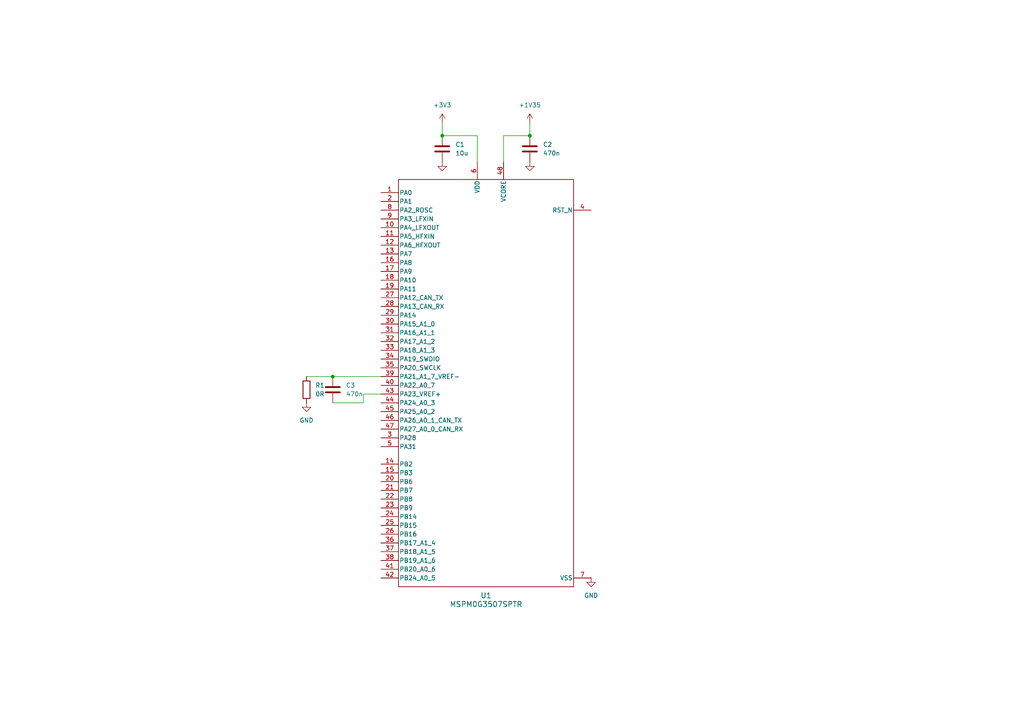
<source format=kicad_sch>
(kicad_sch (version 20250114) (generator "eeschema") (generator_version "9.0")
  (paper "A4")
  (title_block (title "MSPM0 Dev Board") (date "2025-10-28") (rev "A"))
  (lib_symbols
    (symbol "Device:C" (pin_numbers (hide yes)) (pin_names (offset 0.254))
      (property "Reference" "C" (at 0.635 2.54 0))
      (property "Value" "C" (at 0.635 -2.54 0))
      (symbol "C_0_1"
        (polyline (pts (xy -2.032 0.762) (xy 2.032 0.762)) (stroke (width 0.508)))
        (polyline (pts (xy -2.032 -0.762) (xy 2.032 -0.762)) (stroke (width 0.508)))
      )
      (symbol "C_1_1"
        (pin passive line (at 0 3.81 270) (length 2.794) (name "~") (number "1"))
        (pin passive line (at 0 -3.81 90) (length 2.794) (name "~") (number "2"))
      )
    )
    (symbol "Device:R" (pin_numbers (hide yes)) (pin_names (offset 0))
      (property "Reference" "R" (at 2.032 0 90))
      (property "Value" "R" (at 0 0 90))
      (symbol "R_0_1"
        (rectangle (start -1.016 -2.54) (end 1.016 2.54) (stroke (width 0.254)))
      )
      (symbol "R_1_1"
        (pin passive line (at 0 3.81 270) (length 1.27) (name "~") (number "1"))
        (pin passive line (at 0 -3.81 90) (length 1.27) (name "~") (number "2"))
      )
    )
    (symbol "MSPM0_SchematicLib:MSPM0G3507SPTR" (pin_names (offset 0.254))
      (property "Reference" "U" (at -28.956 55.372 0))
      (property "Value" "MSPM0G3507SPTR" (at -9.398 28.448 0))
      (symbol "MSPM0G3507SPTR_0_1"
        (polyline (pts (xy -27.94 53.34) (xy -27.94 -64.77)) (stroke (width 0.2032)))
        (polyline (pts (xy -27.94 -64.77) (xy 22.86 -64.77)) (stroke (width 0.2032)))
        (polyline (pts (xy 22.86 53.34) (xy -27.94 53.34)) (stroke (width 0.2032)))
        (polyline (pts (xy 22.86 -64.77) (xy 22.86 53.34)) (stroke (width 0.2032)))
        (pin bidirectional line (at -33.02 49.53 0) (length 5.08) (name "PA0") (number "1"))
        (pin bidirectional line (at -33.02 46.99 0) (length 5.08) (name "PA1") (number "2"))
        (pin bidirectional line (at -33.02 44.45 0) (length 5.08) (name "PA2_ROSC") (number "8"))
        (pin bidirectional line (at -33.02 41.91 0) (length 5.08) (name "PA3_LFXIN") (number "9"))
        (pin bidirectional line (at -33.02 39.37 0) (length 5.08) (name "PA4_LFXOUT") (number "10"))
        (pin bidirectional line (at -33.02 36.83 0) (length 5.08) (name "PA5_HFXIN") (number "11"))
        (pin bidirectional line (at -33.02 34.29 0) (length 5.08) (name "PA6_HFXOUT") (number "12"))
        (pin bidirectional line (at -33.02 31.75 0) (length 5.08) (name "PA7") (number "13"))
        (pin bidirectional line (at -33.02 29.21 0) (length 5.08) (name "PA8") (number "16"))
        (pin bidirectional line (at -33.02 26.67 0) (length 5.08) (name "PA9") (number "17"))
        (pin bidirectional line (at -33.02 24.13 0) (length 5.08) (name "PA10") (number "18"))
        (pin bidirectional line (at -33.02 21.59 0) (length 5.08) (name "PA11") (number "19"))
        (pin bidirectional line (at -33.02 19.05 0) (length 5.08) (name "PA12_CAN_TX") (number "27"))
        (pin bidirectional line (at -33.02 16.51 0) (length 5.08) (name "PA13_CAN_RX") (number "28"))
        (pin bidirectional line (at -33.02 13.97 0) (length 5.08) (name "PA14") (number "29"))
        (pin bidirectional line (at -33.02 11.43 0) (length 5.08) (name "PA15_A1_0") (number "30"))
        (pin bidirectional line (at -33.02 8.89 0) (length 5.08) (name "PA16_A1_1") (number "31"))
        (pin bidirectional line (at -33.02 6.35 0) (length 5.08) (name "PA17_A1_2") (number "32"))
        (pin bidirectional line (at -33.02 3.81 0) (length 5.08) (name "PA18_A1_3") (number "33"))
        (pin bidirectional line (at -33.02 1.27 0) (length 5.08) (name "PA19_SWDIO") (number "34"))
        (pin bidirectional line (at -33.02 -1.27 0) (length 5.08) (name "PA20_SWCLK") (number "35"))
        (pin bidirectional line (at -33.02 -3.81 0) (length 5.08) (name "PA21_A1_7_VREF-") (number "39"))
        (pin bidirectional line (at -33.02 -6.35 0) (length 5.08) (name "PA22_A0_7") (number "40"))
        (pin bidirectional line (at -33.02 -8.89 0) (length 5.08) (name "PA23_VREF+") (number "43"))
        (pin bidirectional line (at -33.02 -11.43 0) (length 5.08) (name "PA24_A0_3") (number "44"))
        (pin bidirectional line (at -33.02 -13.97 0) (length 5.08) (name "PA25_A0_2") (number "45"))
        (pin bidirectional line (at -33.02 -16.51 0) (length 5.08) (name "PA26_A0_1_CAN_TX") (number "46"))
        (pin bidirectional line (at -33.02 -19.05 0) (length 5.08) (name "PA27_A0_0_CAN_RX") (number "47"))
        (pin bidirectional line (at -33.02 -21.59 0) (length 5.08) (name "PA28") (number "3"))
        (pin bidirectional line (at -33.02 -24.13 0) (length 5.08) (name "PA31") (number "5"))
        (pin bidirectional line (at -33.02 -29.21 0) (length 5.08) (name "PB2") (number "14"))
        (pin bidirectional line (at -33.02 -31.75 0) (length 5.08) (name "PB3") (number "15"))
        (pin bidirectional line (at -33.02 -34.29 0) (length 5.08) (name "PB6") (number "20"))
        (pin bidirectional line (at -33.02 -36.83 0) (length 5.08) (name "PB7") (number "21"))
        (pin bidirectional line (at -33.02 -39.37 0) (length 5.08) (name "PB8") (number "22"))
        (pin bidirectional line (at -33.02 -41.91 0) (length 5.08) (name "PB9") (number "23"))
        (pin bidirectional line (at -33.02 -44.45 0) (length 5.08) (name "PB14") (number "24"))
        (pin bidirectional line (at -33.02 -46.99 0) (length 5.08) (name "PB15") (number "25"))
        (pin bidirectional line (at -33.02 -49.53 0) (length 5.08) (name "PB16") (number "26"))
        (pin bidirectional line (at -33.02 -52.07 0) (length 5.08) (name "PB17_A1_4") (number "36"))
        (pin bidirectional line (at -33.02 -54.61 0) (length 5.08) (name "PB18_A1_5") (number "37"))
        (pin bidirectional line (at -33.02 -57.15 0) (length 5.08) (name "PB19_A1_6") (number "38"))
        (pin bidirectional line (at -33.02 -59.69 0) (length 5.08) (name "PB20_A0_6") (number "41"))
        (pin bidirectional line (at -33.02 -62.23 0) (length 5.08) (name "PB24_A0_5") (number "42"))
        (pin power_in line (at 27.94 -62.23 180) (length 5.08) (name "VSS") (number "7"))
      )
      (symbol "MSPM0G3507SPTR_1_1"
        (pin power_in line (at -5.08 58.42 270) (length 5.08) (name "VDD") (number "6"))
        (pin power_in line (at 2.54 58.42 270) (length 5.08) (name "VCORE") (number "48"))
        (pin input line (at 27.94 44.45 180) (length 5.08) (name "RST_N") (number "4"))
      )
    )
    (symbol "power:+1V35" (power) (pin_numbers (hide yes)) (pin_names (offset 0) (hide yes))
      (property "Value" "+1V35" (at 0 3.556 0))
      (symbol "+1V35_0_1"
        (polyline (pts (xy -0.762 1.27) (xy 0 2.54)))
        (polyline (pts (xy 0 2.54) (xy 0.762 1.27)))
        (polyline (pts (xy 0 0) (xy 0 2.54)))
      )
      (symbol "+1V35_1_1"
        (pin power_in line (at 0 0 90) (length 0) (name "~") (number "1"))
      )
    )
    (symbol "power:+3V3" (power) (pin_numbers (hide yes)) (pin_names (offset 0) (hide yes))
      (property "Value" "+3V3" (at 0 3.556 0))
      (symbol "+3V3_0_1"
        (polyline (pts (xy -0.762 1.27) (xy 0 2.54)))
        (polyline (pts (xy 0 2.54) (xy 0.762 1.27)))
        (polyline (pts (xy 0 0) (xy 0 2.54)))
      )
      (symbol "+3V3_1_1"
        (pin power_in line (at 0 0 90) (length 0) (name "~") (number "1"))
      )
    )
    (symbol "power:GND" (power) (pin_numbers (hide yes)) (pin_names (offset 0) (hide yes))
      (property "Value" "GND" (at 0 -3.81 0))
      (symbol "GND_0_1"
        (polyline (pts (xy 0 0) (xy 0 -1.27) (xy 1.27 -1.27) (xy 0 -2.54) (xy -1.27 -1.27) (xy 0 -1.27)))
      )
      (symbol "GND_1_1"
        (pin power_in line (at 0 0 270) (length 0) (name "~") (number "1"))
      )
    )
  )
  (junction (at 96.52 109.22))
  (junction (at 128.27 39.37))
  (junction (at 153.67 39.37))
  (wire (pts (xy 88.9 109.22) (xy 96.52 109.22)))
  (wire (pts (xy 153.67 35.56) (xy 153.67 39.37)))
  (wire (pts (xy 138.43 39.37) (xy 128.27 39.37)))
  (wire (pts (xy 146.05 39.37) (xy 153.67 39.37)))
  (wire (pts (xy 128.27 35.56) (xy 128.27 39.37)))
  (wire (pts (xy 138.43 46.99) (xy 138.43 39.37)))
  (wire (pts (xy 110.49 114.3) (xy 105.41 114.3)))
  (wire (pts (xy 146.05 46.99) (xy 146.05 39.37)))
  (wire (pts (xy 105.41 116.84) (xy 96.52 116.84)))
  (wire (pts (xy 96.52 109.22) (xy 110.49 109.22)))
  (wire (pts (xy 105.41 114.3) (xy 105.41 116.84)))
  (symbol (lib_id "power:+1V35") (at 153.67 35.56 0) (unit 1)
    (property "Reference" "#PWR03" (effects (hide yes)))
    (property "Value" "+1V35" (at 153.67 30.48 0))
    (property "Description" "Power symbol creates a global label with name \"+1V35\"" (effects (hide yes)))
  )
  (symbol (lib_id "power:GND") (at 88.9 116.84 0) (unit 1)
    (property "Reference" "#PWR06" (effects (hide yes)))
    (property "Value" "GND" (at 88.9 121.92 0))
    (property "Description" "Power symbol creates a global label with name \"GND\" , ground" (effects (hide yes)))
  )
  (symbol (lib_id "power:GND") (at 171.45 167.64 0) (unit 1)
    (property "Reference" "#PWR01" (effects (hide yes)))
    (property "Value" "GND" (at 171.45 172.72 0))
    (property "Description" "Power symbol creates a global label with name \"GND\" , ground" (effects (hide yes)))
  )
  (symbol (lib_id "power:GND") (at 153.67 46.99 0) (unit 1)
    (property "Reference" "#PWR05" (effects (hide yes)))
    (property "Value" "GND" (effects (hide yes)))
    (property "Description" "Power symbol creates a global label with name \"GND\" , ground" (effects (hide yes)))
  )
  (symbol (lib_id "MSPM0_SchematicLib:MSPM0G3507SPTR") (at 143.51 105.41 0) (unit 1)
    (property "Reference" "U1" (at 140.97 172.72 0) (effects (font (size 1.524 1.524))))
    (property "Value" "MSPM0G3507SPTR" (at 140.97 175.26 0) (effects (font (size 1.524 1.524))))
    (property "Footprint" "Package_QFP:LQFP-48_7x7mm_P0.5mm" (effects (hide yes)))
    (property "Datasheet" "https://www.ti.com/lit/gpn/mspm0g3507" (effects (hide yes)))
    (property "Description" "Microcontroller ARM Cortex-M0" (effects (hide yes)))
    (property "Distributer Link1" "https://www.digikey.com/en/products/detail/texas-instruments/MSPM0G3507SPTR/22106901?_gl=1*1wleb7l*_up*MQ..&gclsrc=aw.ds" (effects (hide yes)))
    (property "LCSC" "C22362630" (effects (hide yes)))
  )
  (symbol (lib_id "Device:C") (at 128.27 43.18 0) (unit 1)
    (property "Reference" "C1" (at 132.08 41.9099 0) (effects (justify left)))
    (property "Value" "10u" (at 132.08 44.4499 0) (effects (justify left)))
    (property "Footprint" "Capacitor_SMD:C_0805_2012Metric" (effects (hide yes)))
    (property "Description" "CAP CER 10UF 25V X5R 0805" (effects (hide yes)))
    (property "Manufacturer" "Samsung" (effects (hide yes)))
    (property "Manufacturer PN" "CL21A106KAYNNNE" (effects (hide yes)))
    (property "Distributer Link 1" "https://www.digikey.com/en/products/detail/samsung-electro-mechanics/CL21A106KAYNNNE/3888549" (effects (hide yes)))
    (property "LCSC" "C15850" (effects (hide yes)))
  )
  (symbol (lib_id "Device:C") (at 153.67 43.18 0) (unit 1)
    (property "Reference" "C2" (at 157.48 41.9099 0) (effects (justify left)))
    (property "Value" "470n" (at 157.48 44.4499 0) (effects (justify left)))
    (property "Footprint" "Capacitor_SMD:C_0603_1608Metric" (effects (hide yes)))
    (property "Description" "CAP CER 0.47UF 50V X7R 0805" (effects (hide yes)))
    (property "Manufacturer" "Samsung" (effects (hide yes)))
    (property "Manufacturer PN" "CL21B474KBFNNNE" (effects (hide yes)))
    (property "Distributer Link 1" "https://www.digikey.com/en/products/detail/samsung-electro-mechanics/CL21B474KBFNNNE/3886697" (effects (hide yes)))
    (property "LCSC" "C13967" (effects (hide yes)))
  )
  (symbol (lib_id "power:GND") (at 128.27 46.99 0) (unit 1)
    (property "Reference" "#PWR04" (effects (hide yes)))
    (property "Value" "GND" (effects (hide yes)))
    (property "Description" "Power symbol creates a global label with name \"GND\" , ground" (effects (hide yes)))
  )
  (symbol (lib_id "Device:C") (at 96.52 113.03 0) (unit 1)
    (property "Reference" "C3" (at 100.33 111.7599 0) (effects (justify left)))
    (property "Value" "470n" (at 100.33 114.2999 0) (effects (justify left)))
    (property "Footprint" "Capacitor_SMD:C_0603_1608Metric" (effects (hide yes)))
    (property "Description" "CAP CER 0.47UF 50V X7R 0805" (effects (hide yes)))
    (property "Manufacturer" "Samsung" (effects (hide yes)))
    (property "Manufacturer PN" "CL21B474KBFNNNE" (effects (hide yes)))
    (property "Distributer Link 1" "https://www.digikey.com/en/products/detail/samsung-electro-mechanics/CL21B474KBFNNNE/3886697" (effects (hide yes)))
    (property "LCSC" "C13967" (effects (hide yes)))
  )
  (symbol (lib_id "Device:R") (at 88.9 113.03 0) (unit 1)
    (property "Reference" "R1" (at 91.44 111.7599 0) (effects (justify left)))
    (property "Value" "0R" (at 91.44 114.2999 0) (effects (justify left)))
    (property "Footprint" "Resistor_SMD:R_0603_1608Metric" (effects (hide yes)))
    (property "Description" "Resistor" (effects (hide yes)))
  )
  (symbol (lib_id "power:+3V3") (at 128.27 35.56 0) (unit 1)
    (property "Reference" "#PWR02" (effects (hide yes)))
    (property "Value" "+3V3" (at 128.27 30.48 0))
    (property "Description" "Power symbol creates a global label with name \"+3V3\"" (effects (hide yes)))
  )
)
</source>
